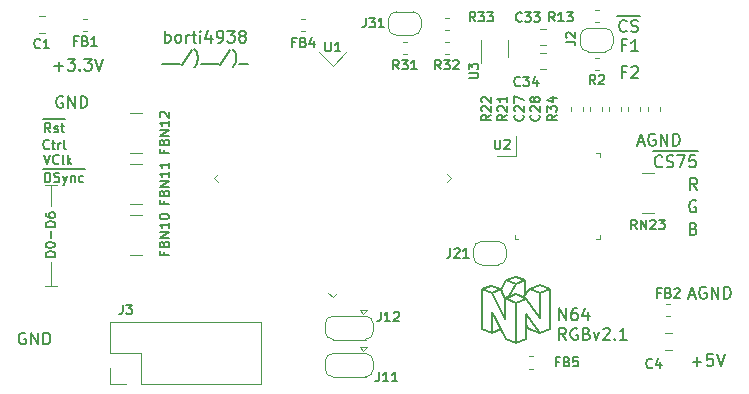
<source format=gbr>
G04 #@! TF.GenerationSoftware,KiCad,Pcbnew,(5.1.5)-3*
G04 #@! TF.CreationDate,2020-04-05T10:24:04+02:00*
G04 #@! TF.ProjectId,n64rgbv2.1,6e363472-6762-4763-922e-312e6b696361,rev?*
G04 #@! TF.SameCoordinates,Original*
G04 #@! TF.FileFunction,Legend,Top*
G04 #@! TF.FilePolarity,Positive*
%FSLAX46Y46*%
G04 Gerber Fmt 4.6, Leading zero omitted, Abs format (unit mm)*
G04 Created by KiCad (PCBNEW (5.1.5)-3) date 2020-04-05 10:24:04*
%MOMM*%
%LPD*%
G04 APERTURE LIST*
%ADD10C,0.150000*%
%ADD11C,0.200000*%
%ADD12C,0.120000*%
G04 APERTURE END LIST*
D10*
X159898395Y-114943380D02*
X159898395Y-113943380D01*
X160469823Y-114943380D01*
X160469823Y-113943380D01*
X161374585Y-113943380D02*
X161184109Y-113943380D01*
X161088871Y-113991000D01*
X161041252Y-114038619D01*
X160946014Y-114181476D01*
X160898395Y-114371952D01*
X160898395Y-114752904D01*
X160946014Y-114848142D01*
X160993633Y-114895761D01*
X161088871Y-114943380D01*
X161279347Y-114943380D01*
X161374585Y-114895761D01*
X161422204Y-114848142D01*
X161469823Y-114752904D01*
X161469823Y-114514809D01*
X161422204Y-114419571D01*
X161374585Y-114371952D01*
X161279347Y-114324333D01*
X161088871Y-114324333D01*
X160993633Y-114371952D01*
X160946014Y-114419571D01*
X160898395Y-114514809D01*
X162326966Y-114276714D02*
X162326966Y-114943380D01*
X162088871Y-113895761D02*
X161850776Y-114610047D01*
X162469823Y-114610047D01*
X160469823Y-116593380D02*
X160136490Y-116117190D01*
X159898395Y-116593380D02*
X159898395Y-115593380D01*
X160279347Y-115593380D01*
X160374585Y-115641000D01*
X160422204Y-115688619D01*
X160469823Y-115783857D01*
X160469823Y-115926714D01*
X160422204Y-116021952D01*
X160374585Y-116069571D01*
X160279347Y-116117190D01*
X159898395Y-116117190D01*
X161422204Y-115641000D02*
X161326966Y-115593380D01*
X161184109Y-115593380D01*
X161041252Y-115641000D01*
X160946014Y-115736238D01*
X160898395Y-115831476D01*
X160850776Y-116021952D01*
X160850776Y-116164809D01*
X160898395Y-116355285D01*
X160946014Y-116450523D01*
X161041252Y-116545761D01*
X161184109Y-116593380D01*
X161279347Y-116593380D01*
X161422204Y-116545761D01*
X161469823Y-116498142D01*
X161469823Y-116164809D01*
X161279347Y-116164809D01*
X162231728Y-116069571D02*
X162374585Y-116117190D01*
X162422204Y-116164809D01*
X162469823Y-116260047D01*
X162469823Y-116402904D01*
X162422204Y-116498142D01*
X162374585Y-116545761D01*
X162279347Y-116593380D01*
X161898395Y-116593380D01*
X161898395Y-115593380D01*
X162231728Y-115593380D01*
X162326966Y-115641000D01*
X162374585Y-115688619D01*
X162422204Y-115783857D01*
X162422204Y-115879095D01*
X162374585Y-115974333D01*
X162326966Y-116021952D01*
X162231728Y-116069571D01*
X161898395Y-116069571D01*
X162803157Y-115926714D02*
X163041252Y-116593380D01*
X163279347Y-115926714D01*
X163612680Y-115688619D02*
X163660300Y-115641000D01*
X163755538Y-115593380D01*
X163993633Y-115593380D01*
X164088871Y-115641000D01*
X164136490Y-115688619D01*
X164184109Y-115783857D01*
X164184109Y-115879095D01*
X164136490Y-116021952D01*
X163565061Y-116593380D01*
X164184109Y-116593380D01*
X164612680Y-116498142D02*
X164660300Y-116545761D01*
X164612680Y-116593380D01*
X164565061Y-116545761D01*
X164612680Y-116498142D01*
X164612680Y-116593380D01*
X165612680Y-116593380D02*
X165041252Y-116593380D01*
X165326966Y-116593380D02*
X165326966Y-115593380D01*
X165231728Y-115736238D01*
X165136490Y-115831476D01*
X165041252Y-115879095D01*
D11*
X156241100Y-113459070D02*
X155346400Y-113094490D01*
X156241100Y-116845460D02*
X155403920Y-116501167D01*
X153371250Y-112284210D02*
X154215280Y-112628500D01*
X153371250Y-115667130D02*
X153371250Y-112284210D01*
X157081800Y-115309220D02*
X157358780Y-115677270D01*
X158253470Y-112635170D02*
X159107640Y-112284210D01*
X154215280Y-112628500D02*
X155346400Y-114826420D01*
X154178220Y-115997967D02*
X153371250Y-115667130D01*
X154178220Y-114272710D02*
X154178220Y-115997967D01*
X156241100Y-113459070D02*
X156241100Y-116845460D01*
X155346400Y-113094490D02*
X156241100Y-113459070D01*
X156241100Y-113459070D02*
X156241100Y-113459070D01*
X156241100Y-116845460D02*
X156241100Y-113459070D01*
X157081800Y-116497695D02*
X156241100Y-116845460D01*
X158253470Y-114718400D02*
X158253470Y-112635170D01*
X158297360Y-116001439D02*
X158297360Y-116001439D01*
X155346400Y-113094490D02*
X155346400Y-113094490D01*
X156241100Y-113459070D02*
X157112250Y-113101150D01*
X157112250Y-113101150D02*
X156241100Y-113459070D01*
X159107640Y-115667130D02*
X158297360Y-116001439D01*
X157112250Y-113101150D02*
X158253470Y-114718400D01*
X159107640Y-112284210D02*
X159107640Y-115667130D01*
X154951390Y-115680580D02*
X154951390Y-115680580D01*
X158297360Y-116001439D02*
X157081800Y-114431390D01*
X154178220Y-115997967D02*
X154951390Y-115680580D01*
X154951390Y-115680580D02*
X154178220Y-114272710D01*
X154178220Y-114272710D02*
X154178220Y-115997967D01*
X157081800Y-114431390D02*
X157081800Y-115309220D01*
X155346400Y-114826420D02*
X155346400Y-113094490D01*
X155403920Y-116501167D02*
X154178220Y-114272710D01*
X157081800Y-114431390D02*
X157081800Y-116497695D01*
X157358780Y-115677270D02*
X158297360Y-116001439D01*
X158297360Y-116001439D02*
X157081800Y-114431390D01*
X156831920Y-112986310D02*
X156990720Y-112820880D01*
X157463320Y-112334770D02*
X157463320Y-112334770D01*
X159107640Y-112284210D02*
X158253470Y-112635170D01*
X158297360Y-111990320D02*
X159107640Y-112284210D01*
X157463320Y-112334770D02*
X158297360Y-111990320D01*
X156230960Y-112739880D02*
X156831920Y-112986310D01*
X155552350Y-113013380D02*
X156230960Y-112739880D01*
X158253470Y-112635170D02*
X157463320Y-112334770D01*
X156990720Y-112820880D02*
X156990720Y-111548100D01*
X154147780Y-112030900D02*
X154951390Y-112331400D01*
X156831920Y-112986310D02*
X156831920Y-112986310D01*
X158253470Y-114718400D02*
X158253470Y-112635170D01*
X156990720Y-111548100D02*
X156230960Y-111848500D01*
X156230960Y-111848500D02*
X156230960Y-111848500D01*
X156200570Y-111277970D02*
X156990720Y-111548100D01*
X155420680Y-111551400D02*
X156200570Y-111277970D01*
X156990720Y-111548100D02*
X156230960Y-111848500D01*
X156230960Y-112739880D02*
X157112250Y-113101150D01*
X155346400Y-113094490D02*
X156230960Y-112739880D01*
X154215280Y-112628500D02*
X154215280Y-112628500D01*
X154951390Y-112331400D02*
X154215280Y-112628500D01*
X154215280Y-112628500D02*
X153371250Y-112284210D01*
X153371250Y-112284210D02*
X154147780Y-112030900D01*
X156230960Y-111848500D02*
X155420680Y-111551400D01*
X158253470Y-112635170D02*
X157463320Y-112334770D01*
X156230960Y-111848500D02*
X155552350Y-113013380D01*
X156831920Y-112986310D02*
X156831920Y-112986310D01*
X157463320Y-112334770D02*
X156831920Y-112986310D01*
X155346400Y-113131600D02*
X155346400Y-113131600D01*
X156230960Y-111848500D02*
X155552350Y-113013380D01*
X155420680Y-111551400D02*
X156230960Y-111848500D01*
X157112250Y-113101150D02*
X158253470Y-114718400D01*
X155552350Y-113013380D02*
X155346400Y-113094490D01*
X156831920Y-112986310D02*
X157112250Y-113101150D01*
X155346400Y-113094490D02*
X155346400Y-113131600D01*
X154971680Y-112371820D02*
X155420680Y-111551400D01*
X155346400Y-113131600D02*
X154971680Y-112371820D01*
X154951390Y-112331400D02*
X155346400Y-113131600D01*
X158253470Y-112635170D02*
X158253470Y-114718400D01*
X155346400Y-114826420D02*
X154215280Y-112628500D01*
X158253470Y-114718400D02*
X158253470Y-112635170D01*
X154215280Y-112628500D02*
X154951390Y-112331400D01*
X155346400Y-113094490D02*
X155346400Y-113094490D01*
X155346400Y-114826420D02*
X155346400Y-114826420D01*
X158253470Y-112635170D02*
X158253470Y-112635170D01*
X157112250Y-113101150D02*
X158253470Y-114718400D01*
X158253470Y-114718400D02*
X157112250Y-113101150D01*
X155346400Y-113131600D02*
X155346400Y-114826420D01*
D10*
X164784209Y-89153400D02*
X165784209Y-89153400D01*
X165593733Y-90425542D02*
X165546114Y-90473161D01*
X165403257Y-90520780D01*
X165308019Y-90520780D01*
X165165161Y-90473161D01*
X165069923Y-90377923D01*
X165022304Y-90282685D01*
X164974685Y-90092209D01*
X164974685Y-89949352D01*
X165022304Y-89758876D01*
X165069923Y-89663638D01*
X165165161Y-89568400D01*
X165308019Y-89520780D01*
X165403257Y-89520780D01*
X165546114Y-89568400D01*
X165593733Y-89616019D01*
X165784209Y-89153400D02*
X166736590Y-89153400D01*
X165974685Y-90473161D02*
X166117542Y-90520780D01*
X166355638Y-90520780D01*
X166450876Y-90473161D01*
X166498495Y-90425542D01*
X166546114Y-90330304D01*
X166546114Y-90235066D01*
X166498495Y-90139828D01*
X166450876Y-90092209D01*
X166355638Y-90044590D01*
X166165161Y-89996971D01*
X166069923Y-89949352D01*
X166022304Y-89901733D01*
X165974685Y-89806495D01*
X165974685Y-89711257D01*
X166022304Y-89616019D01*
X166069923Y-89568400D01*
X166165161Y-89520780D01*
X166403257Y-89520780D01*
X166546114Y-89568400D01*
X165528666Y-93908571D02*
X165195333Y-93908571D01*
X165195333Y-94432380D02*
X165195333Y-93432380D01*
X165671523Y-93432380D01*
X166004857Y-93527619D02*
X166052476Y-93480000D01*
X166147714Y-93432380D01*
X166385809Y-93432380D01*
X166481047Y-93480000D01*
X166528666Y-93527619D01*
X166576285Y-93622857D01*
X166576285Y-93718095D01*
X166528666Y-93860952D01*
X165957238Y-94432380D01*
X166576285Y-94432380D01*
X165528666Y-91622571D02*
X165195333Y-91622571D01*
X165195333Y-92146380D02*
X165195333Y-91146380D01*
X165671523Y-91146380D01*
X166576285Y-92146380D02*
X166004857Y-92146380D01*
X166290571Y-92146380D02*
X166290571Y-91146380D01*
X166195333Y-91289238D01*
X166100095Y-91384476D01*
X166004857Y-91432095D01*
X166576595Y-99861666D02*
X167052785Y-99861666D01*
X166481357Y-100147380D02*
X166814690Y-99147380D01*
X167148023Y-100147380D01*
X168005166Y-99195000D02*
X167909928Y-99147380D01*
X167767071Y-99147380D01*
X167624214Y-99195000D01*
X167528976Y-99290238D01*
X167481357Y-99385476D01*
X167433738Y-99575952D01*
X167433738Y-99718809D01*
X167481357Y-99909285D01*
X167528976Y-100004523D01*
X167624214Y-100099761D01*
X167767071Y-100147380D01*
X167862309Y-100147380D01*
X168005166Y-100099761D01*
X168052785Y-100052142D01*
X168052785Y-99718809D01*
X167862309Y-99718809D01*
X168481357Y-100147380D02*
X168481357Y-99147380D01*
X169052785Y-100147380D01*
X169052785Y-99147380D01*
X169528976Y-100147380D02*
X169528976Y-99147380D01*
X169767071Y-99147380D01*
X169909928Y-99195000D01*
X170005166Y-99290238D01*
X170052785Y-99385476D01*
X170100404Y-99575952D01*
X170100404Y-99718809D01*
X170052785Y-99909285D01*
X170005166Y-100004523D01*
X169909928Y-100099761D01*
X169767071Y-100147380D01*
X169528976Y-100147380D01*
X167806928Y-100621500D02*
X168806928Y-100621500D01*
X168616452Y-101893642D02*
X168568833Y-101941261D01*
X168425976Y-101988880D01*
X168330738Y-101988880D01*
X168187880Y-101941261D01*
X168092642Y-101846023D01*
X168045023Y-101750785D01*
X167997404Y-101560309D01*
X167997404Y-101417452D01*
X168045023Y-101226976D01*
X168092642Y-101131738D01*
X168187880Y-101036500D01*
X168330738Y-100988880D01*
X168425976Y-100988880D01*
X168568833Y-101036500D01*
X168616452Y-101084119D01*
X168806928Y-100621500D02*
X169759309Y-100621500D01*
X168997404Y-101941261D02*
X169140261Y-101988880D01*
X169378357Y-101988880D01*
X169473595Y-101941261D01*
X169521214Y-101893642D01*
X169568833Y-101798404D01*
X169568833Y-101703166D01*
X169521214Y-101607928D01*
X169473595Y-101560309D01*
X169378357Y-101512690D01*
X169187880Y-101465071D01*
X169092642Y-101417452D01*
X169045023Y-101369833D01*
X168997404Y-101274595D01*
X168997404Y-101179357D01*
X169045023Y-101084119D01*
X169092642Y-101036500D01*
X169187880Y-100988880D01*
X169425976Y-100988880D01*
X169568833Y-101036500D01*
X169759309Y-100621500D02*
X170711690Y-100621500D01*
X169902166Y-100988880D02*
X170568833Y-100988880D01*
X170140261Y-101988880D01*
X170711690Y-100621500D02*
X171664071Y-100621500D01*
X171425976Y-100988880D02*
X170949785Y-100988880D01*
X170902166Y-101465071D01*
X170949785Y-101417452D01*
X171045023Y-101369833D01*
X171283119Y-101369833D01*
X171378357Y-101417452D01*
X171425976Y-101465071D01*
X171473595Y-101560309D01*
X171473595Y-101798404D01*
X171425976Y-101893642D01*
X171378357Y-101941261D01*
X171283119Y-101988880D01*
X171045023Y-101988880D01*
X170949785Y-101941261D01*
X170902166Y-101893642D01*
X171569023Y-103893880D02*
X171235690Y-103417690D01*
X170997595Y-103893880D02*
X170997595Y-102893880D01*
X171378547Y-102893880D01*
X171473785Y-102941500D01*
X171521404Y-102989119D01*
X171569023Y-103084357D01*
X171569023Y-103227214D01*
X171521404Y-103322452D01*
X171473785Y-103370071D01*
X171378547Y-103417690D01*
X170997595Y-103417690D01*
X171457904Y-104846500D02*
X171362666Y-104798880D01*
X171219809Y-104798880D01*
X171076952Y-104846500D01*
X170981714Y-104941738D01*
X170934095Y-105036976D01*
X170886476Y-105227452D01*
X170886476Y-105370309D01*
X170934095Y-105560785D01*
X170981714Y-105656023D01*
X171076952Y-105751261D01*
X171219809Y-105798880D01*
X171315047Y-105798880D01*
X171457904Y-105751261D01*
X171505523Y-105703642D01*
X171505523Y-105370309D01*
X171315047Y-105370309D01*
X171267428Y-107180071D02*
X171410285Y-107227690D01*
X171457904Y-107275309D01*
X171505523Y-107370547D01*
X171505523Y-107513404D01*
X171457904Y-107608642D01*
X171410285Y-107656261D01*
X171315047Y-107703880D01*
X170934095Y-107703880D01*
X170934095Y-106703880D01*
X171267428Y-106703880D01*
X171362666Y-106751500D01*
X171410285Y-106799119D01*
X171457904Y-106894357D01*
X171457904Y-106989595D01*
X171410285Y-107084833D01*
X171362666Y-107132452D01*
X171267428Y-107180071D01*
X170934095Y-107180071D01*
X171180285Y-118435428D02*
X171942190Y-118435428D01*
X171561238Y-118816380D02*
X171561238Y-118054476D01*
X172894571Y-117816380D02*
X172418380Y-117816380D01*
X172370761Y-118292571D01*
X172418380Y-118244952D01*
X172513619Y-118197333D01*
X172751714Y-118197333D01*
X172846952Y-118244952D01*
X172894571Y-118292571D01*
X172942190Y-118387809D01*
X172942190Y-118625904D01*
X172894571Y-118721142D01*
X172846952Y-118768761D01*
X172751714Y-118816380D01*
X172513619Y-118816380D01*
X172418380Y-118768761D01*
X172370761Y-118721142D01*
X173227904Y-117816380D02*
X173561238Y-118816380D01*
X173894571Y-117816380D01*
X170894595Y-112815666D02*
X171370785Y-112815666D01*
X170799357Y-113101380D02*
X171132690Y-112101380D01*
X171466023Y-113101380D01*
X172323166Y-112149000D02*
X172227928Y-112101380D01*
X172085071Y-112101380D01*
X171942214Y-112149000D01*
X171846976Y-112244238D01*
X171799357Y-112339476D01*
X171751738Y-112529952D01*
X171751738Y-112672809D01*
X171799357Y-112863285D01*
X171846976Y-112958523D01*
X171942214Y-113053761D01*
X172085071Y-113101380D01*
X172180309Y-113101380D01*
X172323166Y-113053761D01*
X172370785Y-113006142D01*
X172370785Y-112672809D01*
X172180309Y-112672809D01*
X172799357Y-113101380D02*
X172799357Y-112101380D01*
X173370785Y-113101380D01*
X173370785Y-112101380D01*
X173846976Y-113101380D02*
X173846976Y-112101380D01*
X174085071Y-112101380D01*
X174227928Y-112149000D01*
X174323166Y-112244238D01*
X174370785Y-112339476D01*
X174418404Y-112529952D01*
X174418404Y-112672809D01*
X174370785Y-112863285D01*
X174323166Y-112958523D01*
X174227928Y-113053761D01*
X174085071Y-113101380D01*
X173846976Y-113101380D01*
D11*
X126516238Y-91423380D02*
X126516238Y-90423380D01*
X126516238Y-90804333D02*
X126611476Y-90756714D01*
X126801952Y-90756714D01*
X126897190Y-90804333D01*
X126944809Y-90851952D01*
X126992428Y-90947190D01*
X126992428Y-91232904D01*
X126944809Y-91328142D01*
X126897190Y-91375761D01*
X126801952Y-91423380D01*
X126611476Y-91423380D01*
X126516238Y-91375761D01*
X127563857Y-91423380D02*
X127468619Y-91375761D01*
X127421000Y-91328142D01*
X127373380Y-91232904D01*
X127373380Y-90947190D01*
X127421000Y-90851952D01*
X127468619Y-90804333D01*
X127563857Y-90756714D01*
X127706714Y-90756714D01*
X127801952Y-90804333D01*
X127849571Y-90851952D01*
X127897190Y-90947190D01*
X127897190Y-91232904D01*
X127849571Y-91328142D01*
X127801952Y-91375761D01*
X127706714Y-91423380D01*
X127563857Y-91423380D01*
X128325761Y-91423380D02*
X128325761Y-90756714D01*
X128325761Y-90947190D02*
X128373380Y-90851952D01*
X128421000Y-90804333D01*
X128516238Y-90756714D01*
X128611476Y-90756714D01*
X128801952Y-90756714D02*
X129182904Y-90756714D01*
X128944809Y-90423380D02*
X128944809Y-91280523D01*
X128992428Y-91375761D01*
X129087666Y-91423380D01*
X129182904Y-91423380D01*
X129516238Y-91423380D02*
X129516238Y-90756714D01*
X129516238Y-90423380D02*
X129468619Y-90471000D01*
X129516238Y-90518619D01*
X129563857Y-90471000D01*
X129516238Y-90423380D01*
X129516238Y-90518619D01*
X130421000Y-90756714D02*
X130421000Y-91423380D01*
X130182904Y-90375761D02*
X129944809Y-91090047D01*
X130563857Y-91090047D01*
X130992428Y-91423380D02*
X131182904Y-91423380D01*
X131278142Y-91375761D01*
X131325761Y-91328142D01*
X131421000Y-91185285D01*
X131468619Y-90994809D01*
X131468619Y-90613857D01*
X131421000Y-90518619D01*
X131373380Y-90471000D01*
X131278142Y-90423380D01*
X131087666Y-90423380D01*
X130992428Y-90471000D01*
X130944809Y-90518619D01*
X130897190Y-90613857D01*
X130897190Y-90851952D01*
X130944809Y-90947190D01*
X130992428Y-90994809D01*
X131087666Y-91042428D01*
X131278142Y-91042428D01*
X131373380Y-90994809D01*
X131421000Y-90947190D01*
X131468619Y-90851952D01*
X131801952Y-90423380D02*
X132421000Y-90423380D01*
X132087666Y-90804333D01*
X132230523Y-90804333D01*
X132325761Y-90851952D01*
X132373380Y-90899571D01*
X132421000Y-90994809D01*
X132421000Y-91232904D01*
X132373380Y-91328142D01*
X132325761Y-91375761D01*
X132230523Y-91423380D01*
X131944809Y-91423380D01*
X131849571Y-91375761D01*
X131801952Y-91328142D01*
X132992428Y-90851952D02*
X132897190Y-90804333D01*
X132849571Y-90756714D01*
X132801952Y-90661476D01*
X132801952Y-90613857D01*
X132849571Y-90518619D01*
X132897190Y-90471000D01*
X132992428Y-90423380D01*
X133182904Y-90423380D01*
X133278142Y-90471000D01*
X133325761Y-90518619D01*
X133373380Y-90613857D01*
X133373380Y-90661476D01*
X133325761Y-90756714D01*
X133278142Y-90804333D01*
X133182904Y-90851952D01*
X132992428Y-90851952D01*
X132897190Y-90899571D01*
X132849571Y-90947190D01*
X132801952Y-91042428D01*
X132801952Y-91232904D01*
X132849571Y-91328142D01*
X132897190Y-91375761D01*
X132992428Y-91423380D01*
X133182904Y-91423380D01*
X133278142Y-91375761D01*
X133325761Y-91328142D01*
X133373380Y-91232904D01*
X133373380Y-91042428D01*
X133325761Y-90947190D01*
X133278142Y-90899571D01*
X133182904Y-90851952D01*
X126301952Y-93218619D02*
X127063857Y-93218619D01*
X127063857Y-93218619D02*
X127825761Y-93218619D01*
X128778142Y-92075761D02*
X127921000Y-93361476D01*
X129016238Y-93504333D02*
X129063857Y-93456714D01*
X129159095Y-93313857D01*
X129206714Y-93218619D01*
X129254333Y-93075761D01*
X129301952Y-92837666D01*
X129301952Y-92647190D01*
X129254333Y-92409095D01*
X129206714Y-92266238D01*
X129159095Y-92171000D01*
X129063857Y-92028142D01*
X129016238Y-91980523D01*
X129540047Y-93218619D02*
X130301952Y-93218619D01*
X130301952Y-93218619D02*
X131063857Y-93218619D01*
X132016238Y-92075761D02*
X131159095Y-93361476D01*
X132254333Y-93504333D02*
X132301952Y-93456714D01*
X132397190Y-93313857D01*
X132444809Y-93218619D01*
X132492428Y-93075761D01*
X132540047Y-92837666D01*
X132540047Y-92647190D01*
X132492428Y-92409095D01*
X132444809Y-92266238D01*
X132397190Y-92171000D01*
X132301952Y-92028142D01*
X132254333Y-91980523D01*
X132778142Y-93218619D02*
X133540047Y-93218619D01*
D10*
X114706495Y-116035200D02*
X114611257Y-115987580D01*
X114468400Y-115987580D01*
X114325542Y-116035200D01*
X114230304Y-116130438D01*
X114182685Y-116225676D01*
X114135066Y-116416152D01*
X114135066Y-116559009D01*
X114182685Y-116749485D01*
X114230304Y-116844723D01*
X114325542Y-116939961D01*
X114468400Y-116987580D01*
X114563638Y-116987580D01*
X114706495Y-116939961D01*
X114754114Y-116892342D01*
X114754114Y-116559009D01*
X114563638Y-116559009D01*
X115182685Y-116987580D02*
X115182685Y-115987580D01*
X115754114Y-116987580D01*
X115754114Y-115987580D01*
X116230304Y-116987580D02*
X116230304Y-115987580D01*
X116468400Y-115987580D01*
X116611257Y-116035200D01*
X116706495Y-116130438D01*
X116754114Y-116225676D01*
X116801733Y-116416152D01*
X116801733Y-116559009D01*
X116754114Y-116749485D01*
X116706495Y-116844723D01*
X116611257Y-116939961D01*
X116468400Y-116987580D01*
X116230304Y-116987580D01*
D12*
X116332000Y-112014000D02*
X117348000Y-112014000D01*
X116840000Y-112014000D02*
X116332000Y-112014000D01*
X116840000Y-109982000D02*
X116840000Y-112014000D01*
X116840000Y-103505000D02*
X116840000Y-105283000D01*
X117348000Y-103505000D02*
X116840000Y-103505000D01*
X116332000Y-103505000D02*
X117348000Y-103505000D01*
D10*
X117201904Y-109562666D02*
X116401904Y-109562666D01*
X116401904Y-109372190D01*
X116440000Y-109257904D01*
X116516190Y-109181714D01*
X116592380Y-109143619D01*
X116744761Y-109105523D01*
X116859047Y-109105523D01*
X117011428Y-109143619D01*
X117087619Y-109181714D01*
X117163809Y-109257904D01*
X117201904Y-109372190D01*
X117201904Y-109562666D01*
X116401904Y-108610285D02*
X116401904Y-108534095D01*
X116440000Y-108457904D01*
X116478095Y-108419809D01*
X116554285Y-108381714D01*
X116706666Y-108343619D01*
X116897142Y-108343619D01*
X117049523Y-108381714D01*
X117125714Y-108419809D01*
X117163809Y-108457904D01*
X117201904Y-108534095D01*
X117201904Y-108610285D01*
X117163809Y-108686476D01*
X117125714Y-108724571D01*
X117049523Y-108762666D01*
X116897142Y-108800761D01*
X116706666Y-108800761D01*
X116554285Y-108762666D01*
X116478095Y-108724571D01*
X116440000Y-108686476D01*
X116401904Y-108610285D01*
X116897142Y-108000761D02*
X116897142Y-107391238D01*
X117201904Y-107010285D02*
X116401904Y-107010285D01*
X116401904Y-106819809D01*
X116440000Y-106705523D01*
X116516190Y-106629333D01*
X116592380Y-106591238D01*
X116744761Y-106553142D01*
X116859047Y-106553142D01*
X117011428Y-106591238D01*
X117087619Y-106629333D01*
X117163809Y-106705523D01*
X117201904Y-106819809D01*
X117201904Y-107010285D01*
X116401904Y-105867428D02*
X116401904Y-106019809D01*
X116440000Y-106096000D01*
X116478095Y-106134095D01*
X116592380Y-106210285D01*
X116744761Y-106248380D01*
X117049523Y-106248380D01*
X117125714Y-106210285D01*
X117163809Y-106172190D01*
X117201904Y-106096000D01*
X117201904Y-105943619D01*
X117163809Y-105867428D01*
X117125714Y-105829333D01*
X117049523Y-105791238D01*
X116859047Y-105791238D01*
X116782857Y-105829333D01*
X116744761Y-105867428D01*
X116706666Y-105943619D01*
X116706666Y-106096000D01*
X116744761Y-106172190D01*
X116782857Y-106210285D01*
X116859047Y-106248380D01*
X116175500Y-102099000D02*
X116975500Y-102099000D01*
X116365976Y-103231904D02*
X116365976Y-102431904D01*
X116556452Y-102431904D01*
X116670738Y-102470000D01*
X116746928Y-102546190D01*
X116785023Y-102622380D01*
X116823119Y-102774761D01*
X116823119Y-102889047D01*
X116785023Y-103041428D01*
X116746928Y-103117619D01*
X116670738Y-103193809D01*
X116556452Y-103231904D01*
X116365976Y-103231904D01*
X116975500Y-102099000D02*
X117737404Y-102099000D01*
X117127880Y-103193809D02*
X117242166Y-103231904D01*
X117432642Y-103231904D01*
X117508833Y-103193809D01*
X117546928Y-103155714D01*
X117585023Y-103079523D01*
X117585023Y-103003333D01*
X117546928Y-102927142D01*
X117508833Y-102889047D01*
X117432642Y-102850952D01*
X117280261Y-102812857D01*
X117204071Y-102774761D01*
X117165976Y-102736666D01*
X117127880Y-102660476D01*
X117127880Y-102584285D01*
X117165976Y-102508095D01*
X117204071Y-102470000D01*
X117280261Y-102431904D01*
X117470738Y-102431904D01*
X117585023Y-102470000D01*
X117737404Y-102099000D02*
X118346928Y-102099000D01*
X117851690Y-102698571D02*
X118042166Y-103231904D01*
X118232642Y-102698571D02*
X118042166Y-103231904D01*
X117965976Y-103422380D01*
X117927880Y-103460476D01*
X117851690Y-103498571D01*
X118346928Y-102099000D02*
X119070738Y-102099000D01*
X118537404Y-102698571D02*
X118537404Y-103231904D01*
X118537404Y-102774761D02*
X118575500Y-102736666D01*
X118651690Y-102698571D01*
X118765976Y-102698571D01*
X118842166Y-102736666D01*
X118880261Y-102812857D01*
X118880261Y-103231904D01*
X119070738Y-102099000D02*
X119756452Y-102099000D01*
X119604071Y-103193809D02*
X119527880Y-103231904D01*
X119375500Y-103231904D01*
X119299309Y-103193809D01*
X119261214Y-103155714D01*
X119223119Y-103079523D01*
X119223119Y-102850952D01*
X119261214Y-102774761D01*
X119299309Y-102736666D01*
X119375500Y-102698571D01*
X119527880Y-102698571D01*
X119604071Y-102736666D01*
X116251690Y-100907904D02*
X116518357Y-101707904D01*
X116785023Y-100907904D01*
X117508833Y-101631714D02*
X117470738Y-101669809D01*
X117356452Y-101707904D01*
X117280261Y-101707904D01*
X117165976Y-101669809D01*
X117089785Y-101593619D01*
X117051690Y-101517428D01*
X117013595Y-101365047D01*
X117013595Y-101250761D01*
X117051690Y-101098380D01*
X117089785Y-101022190D01*
X117165976Y-100946000D01*
X117280261Y-100907904D01*
X117356452Y-100907904D01*
X117470738Y-100946000D01*
X117508833Y-100984095D01*
X117965976Y-101707904D02*
X117889785Y-101669809D01*
X117851690Y-101593619D01*
X117851690Y-100907904D01*
X118270738Y-101707904D02*
X118270738Y-100907904D01*
X118346928Y-101403142D02*
X118575500Y-101707904D01*
X118575500Y-101174571D02*
X118270738Y-101479333D01*
X116696119Y-100361714D02*
X116658023Y-100399809D01*
X116543738Y-100437904D01*
X116467547Y-100437904D01*
X116353261Y-100399809D01*
X116277071Y-100323619D01*
X116238976Y-100247428D01*
X116200880Y-100095047D01*
X116200880Y-99980761D01*
X116238976Y-99828380D01*
X116277071Y-99752190D01*
X116353261Y-99676000D01*
X116467547Y-99637904D01*
X116543738Y-99637904D01*
X116658023Y-99676000D01*
X116696119Y-99714095D01*
X116924690Y-99904571D02*
X117229452Y-99904571D01*
X117038976Y-99637904D02*
X117038976Y-100323619D01*
X117077071Y-100399809D01*
X117153261Y-100437904D01*
X117229452Y-100437904D01*
X117496119Y-100437904D02*
X117496119Y-99904571D01*
X117496119Y-100056952D02*
X117534214Y-99980761D01*
X117572309Y-99942666D01*
X117648500Y-99904571D01*
X117724690Y-99904571D01*
X118105642Y-100437904D02*
X118029452Y-100399809D01*
X117991357Y-100323619D01*
X117991357Y-99637904D01*
X116175500Y-97908000D02*
X116975500Y-97908000D01*
X116823119Y-99040904D02*
X116556452Y-98659952D01*
X116365976Y-99040904D02*
X116365976Y-98240904D01*
X116670738Y-98240904D01*
X116746928Y-98279000D01*
X116785023Y-98317095D01*
X116823119Y-98393285D01*
X116823119Y-98507571D01*
X116785023Y-98583761D01*
X116746928Y-98621857D01*
X116670738Y-98659952D01*
X116365976Y-98659952D01*
X116975500Y-97908000D02*
X117623119Y-97908000D01*
X117127880Y-99002809D02*
X117204071Y-99040904D01*
X117356452Y-99040904D01*
X117432642Y-99002809D01*
X117470738Y-98926619D01*
X117470738Y-98888523D01*
X117432642Y-98812333D01*
X117356452Y-98774238D01*
X117242166Y-98774238D01*
X117165976Y-98736142D01*
X117127880Y-98659952D01*
X117127880Y-98621857D01*
X117165976Y-98545666D01*
X117242166Y-98507571D01*
X117356452Y-98507571D01*
X117432642Y-98545666D01*
X117623119Y-97908000D02*
X118080261Y-97908000D01*
X117699309Y-98507571D02*
X118004071Y-98507571D01*
X117813595Y-98240904D02*
X117813595Y-98926619D01*
X117851690Y-99002809D01*
X117927880Y-99040904D01*
X118004071Y-99040904D01*
X117856095Y-96020000D02*
X117760857Y-95972380D01*
X117618000Y-95972380D01*
X117475142Y-96020000D01*
X117379904Y-96115238D01*
X117332285Y-96210476D01*
X117284666Y-96400952D01*
X117284666Y-96543809D01*
X117332285Y-96734285D01*
X117379904Y-96829523D01*
X117475142Y-96924761D01*
X117618000Y-96972380D01*
X117713238Y-96972380D01*
X117856095Y-96924761D01*
X117903714Y-96877142D01*
X117903714Y-96543809D01*
X117713238Y-96543809D01*
X118332285Y-96972380D02*
X118332285Y-95972380D01*
X118903714Y-96972380D01*
X118903714Y-95972380D01*
X119379904Y-96972380D02*
X119379904Y-95972380D01*
X119618000Y-95972380D01*
X119760857Y-96020000D01*
X119856095Y-96115238D01*
X119903714Y-96210476D01*
X119951333Y-96400952D01*
X119951333Y-96543809D01*
X119903714Y-96734285D01*
X119856095Y-96829523D01*
X119760857Y-96924761D01*
X119618000Y-96972380D01*
X119379904Y-96972380D01*
X117126000Y-93416428D02*
X117887904Y-93416428D01*
X117506952Y-93797380D02*
X117506952Y-93035476D01*
X118268857Y-92797380D02*
X118887904Y-92797380D01*
X118554571Y-93178333D01*
X118697428Y-93178333D01*
X118792666Y-93225952D01*
X118840285Y-93273571D01*
X118887904Y-93368809D01*
X118887904Y-93606904D01*
X118840285Y-93702142D01*
X118792666Y-93749761D01*
X118697428Y-93797380D01*
X118411714Y-93797380D01*
X118316476Y-93749761D01*
X118268857Y-93702142D01*
X119316476Y-93702142D02*
X119364095Y-93749761D01*
X119316476Y-93797380D01*
X119268857Y-93749761D01*
X119316476Y-93702142D01*
X119316476Y-93797380D01*
X119697428Y-92797380D02*
X120316476Y-92797380D01*
X119983142Y-93178333D01*
X120126000Y-93178333D01*
X120221238Y-93225952D01*
X120268857Y-93273571D01*
X120316476Y-93368809D01*
X120316476Y-93606904D01*
X120268857Y-93702142D01*
X120221238Y-93749761D01*
X120126000Y-93797380D01*
X119840285Y-93797380D01*
X119745047Y-93749761D01*
X119697428Y-93702142D01*
X120602190Y-92797380D02*
X120935523Y-93797380D01*
X121268857Y-92797380D01*
D12*
X160907000Y-96856733D02*
X160907000Y-97199267D01*
X161927000Y-96856733D02*
X161927000Y-97199267D01*
X168404000Y-97199267D02*
X168404000Y-96856733D01*
X167384000Y-97199267D02*
X167384000Y-96856733D01*
X150196733Y-90367580D02*
X150539267Y-90367580D01*
X150196733Y-89347580D02*
X150539267Y-89347580D01*
X150196733Y-92374180D02*
X150539267Y-92374180D01*
X150196733Y-91354180D02*
X150539267Y-91354180D01*
X146640733Y-92374180D02*
X146983267Y-92374180D01*
X146640733Y-91354180D02*
X146983267Y-91354180D01*
X163514500Y-97199267D02*
X163514500Y-96856733D01*
X162494500Y-97199267D02*
X162494500Y-96856733D01*
X163239267Y-88687180D02*
X162896733Y-88687180D01*
X163239267Y-89707180D02*
X162896733Y-89707180D01*
X163239267Y-92713080D02*
X162896733Y-92713080D01*
X163239267Y-93733080D02*
X162896733Y-93733080D01*
X157651267Y-119026400D02*
X157308733Y-119026400D01*
X157651267Y-118006400D02*
X157308733Y-118006400D01*
X138398067Y-90476800D02*
X138055533Y-90476800D01*
X138398067Y-89456800D02*
X138055533Y-89456800D01*
X168967333Y-113576640D02*
X169309867Y-113576640D01*
X168967333Y-114596640D02*
X169309867Y-114596640D01*
X119932267Y-90426000D02*
X119589733Y-90426000D01*
X119932267Y-89406000D02*
X119589733Y-89406000D01*
X156266668Y-101016731D02*
X154668668Y-101016731D01*
X156266668Y-101016731D02*
X156266668Y-99365731D01*
X163350600Y-100819560D02*
X163350600Y-101127560D01*
X163042600Y-100819560D02*
X163350600Y-100819560D01*
X156130600Y-108039560D02*
X156130600Y-107731560D01*
X156438600Y-108039560D02*
X156130600Y-108039560D01*
X163350600Y-108039560D02*
X163350600Y-107731560D01*
X163042600Y-108039560D02*
X163350600Y-108039560D01*
X158234748Y-93704480D02*
X158757252Y-93704480D01*
X158234748Y-92284480D02*
X158757252Y-92284480D01*
X158234748Y-91672480D02*
X158757252Y-91672480D01*
X158234748Y-90252480D02*
X158757252Y-90252480D01*
X165733000Y-96856733D02*
X165733000Y-97199267D01*
X166753000Y-96856733D02*
X166753000Y-97199267D01*
X164145500Y-96856733D02*
X164145500Y-97199267D01*
X165165500Y-96856733D02*
X165165500Y-97199267D01*
X169412312Y-116023320D02*
X168889808Y-116023320D01*
X169412312Y-117443320D02*
X168889808Y-117443320D01*
X116339252Y-89206000D02*
X115816748Y-89206000D01*
X116339252Y-90626000D02*
X115816748Y-90626000D01*
X140716000Y-93381409D02*
X139548567Y-92213975D01*
X140716000Y-112955538D02*
X141073796Y-112597742D01*
X140358204Y-112597742D02*
X140716000Y-112955538D01*
X130660942Y-102900480D02*
X131017323Y-102541270D01*
X131017323Y-103259690D02*
X130660942Y-102900480D01*
X150771058Y-102900480D02*
X150413262Y-103258276D01*
X150413262Y-102542684D02*
X150771058Y-102900480D01*
X141883433Y-92213975D02*
X140716000Y-93381409D01*
X146112000Y-88819480D02*
X147512000Y-88819480D01*
X148212000Y-89519480D02*
X148212000Y-90119480D01*
X147512000Y-90819480D02*
X146112000Y-90819480D01*
X145412000Y-90119480D02*
X145412000Y-89519480D01*
X145412000Y-89519480D02*
G75*
G02X146112000Y-88819480I700000J0D01*
G01*
X146112000Y-90819480D02*
G75*
G02X145412000Y-90119480I0J700000D01*
G01*
X148212000Y-90119480D02*
G75*
G02X147512000Y-90819480I-700000J0D01*
G01*
X147512000Y-88819480D02*
G75*
G02X148212000Y-89519480I0J-700000D01*
G01*
X155592000Y-92648000D02*
X155592000Y-91248000D01*
X153272000Y-91248000D02*
X153272000Y-93148000D01*
X167886000Y-102460000D02*
X166886000Y-102460000D01*
X167886000Y-105820000D02*
X166886000Y-105820000D01*
X153325600Y-108255560D02*
X154725600Y-108255560D01*
X155425600Y-108955560D02*
X155425600Y-109555560D01*
X154725600Y-110255560D02*
X153325600Y-110255560D01*
X152625600Y-109555560D02*
X152625600Y-108955560D01*
X152625600Y-108955560D02*
G75*
G02X153325600Y-108255560I700000J0D01*
G01*
X153325600Y-110255560D02*
G75*
G02X152625600Y-109555560I0J700000D01*
G01*
X155425600Y-109555560D02*
G75*
G02X154725600Y-110255560I-700000J0D01*
G01*
X154725600Y-108255560D02*
G75*
G02X155425600Y-108955560I0J-700000D01*
G01*
X144163000Y-115870000D02*
G75*
G02X143463000Y-116570000I-700000J0D01*
G01*
X143463000Y-114570000D02*
G75*
G02X144163000Y-115270000I0J-700000D01*
G01*
X140063000Y-115270000D02*
G75*
G02X140763000Y-114570000I700000J0D01*
G01*
X140763000Y-116570000D02*
G75*
G02X140063000Y-115870000I0J700000D01*
G01*
X143513000Y-116570000D02*
X140713000Y-116570000D01*
X140063000Y-115870000D02*
X140063000Y-115270000D01*
X140713000Y-114570000D02*
X143513000Y-114570000D01*
X144163000Y-115270000D02*
X144163000Y-115870000D01*
X143313000Y-114370000D02*
X143613000Y-114070000D01*
X143613000Y-114070000D02*
X143013000Y-114070000D01*
X143313000Y-114370000D02*
X143013000Y-114070000D01*
X144163000Y-119045000D02*
G75*
G02X143463000Y-119745000I-700000J0D01*
G01*
X143463000Y-117745000D02*
G75*
G02X144163000Y-118445000I0J-700000D01*
G01*
X140063000Y-118445000D02*
G75*
G02X140763000Y-117745000I700000J0D01*
G01*
X140763000Y-119745000D02*
G75*
G02X140063000Y-119045000I0J700000D01*
G01*
X143513000Y-119745000D02*
X140713000Y-119745000D01*
X140063000Y-119045000D02*
X140063000Y-118445000D01*
X140713000Y-117745000D02*
X143513000Y-117745000D01*
X144163000Y-118445000D02*
X144163000Y-119045000D01*
X143313000Y-117545000D02*
X143613000Y-117245000D01*
X143613000Y-117245000D02*
X143013000Y-117245000D01*
X143313000Y-117545000D02*
X143013000Y-117245000D01*
X121860000Y-120329000D02*
X121860000Y-118999000D01*
X123190000Y-120329000D02*
X121860000Y-120329000D01*
X121860000Y-117729000D02*
X121860000Y-115129000D01*
X124460000Y-117729000D02*
X121860000Y-117729000D01*
X124460000Y-120329000D02*
X124460000Y-117729000D01*
X121860000Y-115129000D02*
X134680000Y-115129000D01*
X124460000Y-120329000D02*
X134680000Y-120329000D01*
X134680000Y-120329000D02*
X134680000Y-115129000D01*
X162368000Y-90203780D02*
X163768000Y-90203780D01*
X164468000Y-90903780D02*
X164468000Y-91503780D01*
X163768000Y-92203780D02*
X162368000Y-92203780D01*
X161668000Y-91503780D02*
X161668000Y-90903780D01*
X161668000Y-90903780D02*
G75*
G02X162368000Y-90203780I700000J0D01*
G01*
X162368000Y-92203780D02*
G75*
G02X161668000Y-91503780I0J700000D01*
G01*
X164468000Y-91503780D02*
G75*
G02X163768000Y-92203780I-700000J0D01*
G01*
X163768000Y-90203780D02*
G75*
G02X164468000Y-90903780I0J-700000D01*
G01*
X124568000Y-97410480D02*
X123568000Y-97410480D01*
X124568000Y-100770480D02*
X123568000Y-100770480D01*
X124568000Y-101728480D02*
X123568000Y-101728480D01*
X124568000Y-105088480D02*
X123568000Y-105088480D01*
X124568000Y-106046480D02*
X123568000Y-106046480D01*
X124568000Y-109406480D02*
X123568000Y-109406480D01*
D10*
X154108104Y-97542285D02*
X153727152Y-97808952D01*
X154108104Y-97999428D02*
X153308104Y-97999428D01*
X153308104Y-97694666D01*
X153346200Y-97618476D01*
X153384295Y-97580380D01*
X153460485Y-97542285D01*
X153574771Y-97542285D01*
X153650961Y-97580380D01*
X153689057Y-97618476D01*
X153727152Y-97694666D01*
X153727152Y-97999428D01*
X153384295Y-97237523D02*
X153346200Y-97199428D01*
X153308104Y-97123238D01*
X153308104Y-96932761D01*
X153346200Y-96856571D01*
X153384295Y-96818476D01*
X153460485Y-96780380D01*
X153536676Y-96780380D01*
X153650961Y-96818476D01*
X154108104Y-97275619D01*
X154108104Y-96780380D01*
X153384295Y-96475619D02*
X153346200Y-96437523D01*
X153308104Y-96361333D01*
X153308104Y-96170857D01*
X153346200Y-96094666D01*
X153384295Y-96056571D01*
X153460485Y-96018476D01*
X153536676Y-96018476D01*
X153650961Y-96056571D01*
X154108104Y-96513714D01*
X154108104Y-96018476D01*
X159670704Y-97542285D02*
X159289752Y-97808952D01*
X159670704Y-97999428D02*
X158870704Y-97999428D01*
X158870704Y-97694666D01*
X158908800Y-97618476D01*
X158946895Y-97580380D01*
X159023085Y-97542285D01*
X159137371Y-97542285D01*
X159213561Y-97580380D01*
X159251657Y-97618476D01*
X159289752Y-97694666D01*
X159289752Y-97999428D01*
X158870704Y-97275619D02*
X158870704Y-96780380D01*
X159175466Y-97047047D01*
X159175466Y-96932761D01*
X159213561Y-96856571D01*
X159251657Y-96818476D01*
X159327847Y-96780380D01*
X159518323Y-96780380D01*
X159594514Y-96818476D01*
X159632609Y-96856571D01*
X159670704Y-96932761D01*
X159670704Y-97161333D01*
X159632609Y-97237523D01*
X159594514Y-97275619D01*
X159137371Y-96094666D02*
X159670704Y-96094666D01*
X158832609Y-96285142D02*
X159404038Y-96475619D01*
X159404038Y-95980380D01*
X152774714Y-89642904D02*
X152508047Y-89261952D01*
X152317571Y-89642904D02*
X152317571Y-88842904D01*
X152622333Y-88842904D01*
X152698523Y-88881000D01*
X152736619Y-88919095D01*
X152774714Y-88995285D01*
X152774714Y-89109571D01*
X152736619Y-89185761D01*
X152698523Y-89223857D01*
X152622333Y-89261952D01*
X152317571Y-89261952D01*
X153041380Y-88842904D02*
X153536619Y-88842904D01*
X153269952Y-89147666D01*
X153384238Y-89147666D01*
X153460428Y-89185761D01*
X153498523Y-89223857D01*
X153536619Y-89300047D01*
X153536619Y-89490523D01*
X153498523Y-89566714D01*
X153460428Y-89604809D01*
X153384238Y-89642904D01*
X153155666Y-89642904D01*
X153079476Y-89604809D01*
X153041380Y-89566714D01*
X153803285Y-88842904D02*
X154298523Y-88842904D01*
X154031857Y-89147666D01*
X154146142Y-89147666D01*
X154222333Y-89185761D01*
X154260428Y-89223857D01*
X154298523Y-89300047D01*
X154298523Y-89490523D01*
X154260428Y-89566714D01*
X154222333Y-89604809D01*
X154146142Y-89642904D01*
X153917571Y-89642904D01*
X153841380Y-89604809D01*
X153803285Y-89566714D01*
X149853714Y-93706904D02*
X149587047Y-93325952D01*
X149396571Y-93706904D02*
X149396571Y-92906904D01*
X149701333Y-92906904D01*
X149777523Y-92945000D01*
X149815619Y-92983095D01*
X149853714Y-93059285D01*
X149853714Y-93173571D01*
X149815619Y-93249761D01*
X149777523Y-93287857D01*
X149701333Y-93325952D01*
X149396571Y-93325952D01*
X150120380Y-92906904D02*
X150615619Y-92906904D01*
X150348952Y-93211666D01*
X150463238Y-93211666D01*
X150539428Y-93249761D01*
X150577523Y-93287857D01*
X150615619Y-93364047D01*
X150615619Y-93554523D01*
X150577523Y-93630714D01*
X150539428Y-93668809D01*
X150463238Y-93706904D01*
X150234666Y-93706904D01*
X150158476Y-93668809D01*
X150120380Y-93630714D01*
X150920380Y-92983095D02*
X150958476Y-92945000D01*
X151034666Y-92906904D01*
X151225142Y-92906904D01*
X151301333Y-92945000D01*
X151339428Y-92983095D01*
X151377523Y-93059285D01*
X151377523Y-93135476D01*
X151339428Y-93249761D01*
X150882285Y-93706904D01*
X151377523Y-93706904D01*
X146297714Y-93706904D02*
X146031047Y-93325952D01*
X145840571Y-93706904D02*
X145840571Y-92906904D01*
X146145333Y-92906904D01*
X146221523Y-92945000D01*
X146259619Y-92983095D01*
X146297714Y-93059285D01*
X146297714Y-93173571D01*
X146259619Y-93249761D01*
X146221523Y-93287857D01*
X146145333Y-93325952D01*
X145840571Y-93325952D01*
X146564380Y-92906904D02*
X147059619Y-92906904D01*
X146792952Y-93211666D01*
X146907238Y-93211666D01*
X146983428Y-93249761D01*
X147021523Y-93287857D01*
X147059619Y-93364047D01*
X147059619Y-93554523D01*
X147021523Y-93630714D01*
X146983428Y-93668809D01*
X146907238Y-93706904D01*
X146678666Y-93706904D01*
X146602476Y-93668809D01*
X146564380Y-93630714D01*
X147821523Y-93706904D02*
X147364380Y-93706904D01*
X147592952Y-93706904D02*
X147592952Y-92906904D01*
X147516761Y-93021190D01*
X147440571Y-93097380D01*
X147364380Y-93135476D01*
X155467004Y-97542285D02*
X155086052Y-97808952D01*
X155467004Y-97999428D02*
X154667004Y-97999428D01*
X154667004Y-97694666D01*
X154705100Y-97618476D01*
X154743195Y-97580380D01*
X154819385Y-97542285D01*
X154933671Y-97542285D01*
X155009861Y-97580380D01*
X155047957Y-97618476D01*
X155086052Y-97694666D01*
X155086052Y-97999428D01*
X154743195Y-97237523D02*
X154705100Y-97199428D01*
X154667004Y-97123238D01*
X154667004Y-96932761D01*
X154705100Y-96856571D01*
X154743195Y-96818476D01*
X154819385Y-96780380D01*
X154895576Y-96780380D01*
X155009861Y-96818476D01*
X155467004Y-97275619D01*
X155467004Y-96780380D01*
X155467004Y-96018476D02*
X155467004Y-96475619D01*
X155467004Y-96247047D02*
X154667004Y-96247047D01*
X154781290Y-96323238D01*
X154857480Y-96399428D01*
X154895576Y-96475619D01*
X159505714Y-89642904D02*
X159239047Y-89261952D01*
X159048571Y-89642904D02*
X159048571Y-88842904D01*
X159353333Y-88842904D01*
X159429523Y-88881000D01*
X159467619Y-88919095D01*
X159505714Y-88995285D01*
X159505714Y-89109571D01*
X159467619Y-89185761D01*
X159429523Y-89223857D01*
X159353333Y-89261952D01*
X159048571Y-89261952D01*
X160267619Y-89642904D02*
X159810476Y-89642904D01*
X160039047Y-89642904D02*
X160039047Y-88842904D01*
X159962857Y-88957190D01*
X159886666Y-89033380D01*
X159810476Y-89071476D01*
X160534285Y-88842904D02*
X161029523Y-88842904D01*
X160762857Y-89147666D01*
X160877142Y-89147666D01*
X160953333Y-89185761D01*
X160991428Y-89223857D01*
X161029523Y-89300047D01*
X161029523Y-89490523D01*
X160991428Y-89566714D01*
X160953333Y-89604809D01*
X160877142Y-89642904D01*
X160648571Y-89642904D01*
X160572380Y-89604809D01*
X160534285Y-89566714D01*
X162934666Y-94976904D02*
X162668000Y-94595952D01*
X162477523Y-94976904D02*
X162477523Y-94176904D01*
X162782285Y-94176904D01*
X162858476Y-94215000D01*
X162896571Y-94253095D01*
X162934666Y-94329285D01*
X162934666Y-94443571D01*
X162896571Y-94519761D01*
X162858476Y-94557857D01*
X162782285Y-94595952D01*
X162477523Y-94595952D01*
X163239428Y-94253095D02*
X163277523Y-94215000D01*
X163353714Y-94176904D01*
X163544190Y-94176904D01*
X163620380Y-94215000D01*
X163658476Y-94253095D01*
X163696571Y-94329285D01*
X163696571Y-94405476D01*
X163658476Y-94519761D01*
X163201333Y-94976904D01*
X163696571Y-94976904D01*
X159861333Y-118433857D02*
X159594666Y-118433857D01*
X159594666Y-118852904D02*
X159594666Y-118052904D01*
X159975619Y-118052904D01*
X160547047Y-118433857D02*
X160661333Y-118471952D01*
X160699428Y-118510047D01*
X160737523Y-118586238D01*
X160737523Y-118700523D01*
X160699428Y-118776714D01*
X160661333Y-118814809D01*
X160585142Y-118852904D01*
X160280380Y-118852904D01*
X160280380Y-118052904D01*
X160547047Y-118052904D01*
X160623238Y-118091000D01*
X160661333Y-118129095D01*
X160699428Y-118205285D01*
X160699428Y-118281476D01*
X160661333Y-118357666D01*
X160623238Y-118395761D01*
X160547047Y-118433857D01*
X160280380Y-118433857D01*
X161461333Y-118052904D02*
X161080380Y-118052904D01*
X161042285Y-118433857D01*
X161080380Y-118395761D01*
X161156571Y-118357666D01*
X161347047Y-118357666D01*
X161423238Y-118395761D01*
X161461333Y-118433857D01*
X161499428Y-118510047D01*
X161499428Y-118700523D01*
X161461333Y-118776714D01*
X161423238Y-118814809D01*
X161347047Y-118852904D01*
X161156571Y-118852904D01*
X161080380Y-118814809D01*
X161042285Y-118776714D01*
X137560133Y-91382857D02*
X137293466Y-91382857D01*
X137293466Y-91801904D02*
X137293466Y-91001904D01*
X137674419Y-91001904D01*
X138245847Y-91382857D02*
X138360133Y-91420952D01*
X138398228Y-91459047D01*
X138436323Y-91535238D01*
X138436323Y-91649523D01*
X138398228Y-91725714D01*
X138360133Y-91763809D01*
X138283942Y-91801904D01*
X137979180Y-91801904D01*
X137979180Y-91001904D01*
X138245847Y-91001904D01*
X138322038Y-91040000D01*
X138360133Y-91078095D01*
X138398228Y-91154285D01*
X138398228Y-91230476D01*
X138360133Y-91306666D01*
X138322038Y-91344761D01*
X138245847Y-91382857D01*
X137979180Y-91382857D01*
X139122038Y-91268571D02*
X139122038Y-91801904D01*
X138931561Y-90963809D02*
X138741085Y-91535238D01*
X139236323Y-91535238D01*
X168471933Y-112599497D02*
X168205266Y-112599497D01*
X168205266Y-113018544D02*
X168205266Y-112218544D01*
X168586219Y-112218544D01*
X169157647Y-112599497D02*
X169271933Y-112637592D01*
X169310028Y-112675687D01*
X169348123Y-112751878D01*
X169348123Y-112866163D01*
X169310028Y-112942354D01*
X169271933Y-112980449D01*
X169195742Y-113018544D01*
X168890980Y-113018544D01*
X168890980Y-112218544D01*
X169157647Y-112218544D01*
X169233838Y-112256640D01*
X169271933Y-112294735D01*
X169310028Y-112370925D01*
X169310028Y-112447116D01*
X169271933Y-112523306D01*
X169233838Y-112561401D01*
X169157647Y-112599497D01*
X168890980Y-112599497D01*
X169652885Y-112294735D02*
X169690980Y-112256640D01*
X169767171Y-112218544D01*
X169957647Y-112218544D01*
X170033838Y-112256640D01*
X170071933Y-112294735D01*
X170110028Y-112370925D01*
X170110028Y-112447116D01*
X170071933Y-112561401D01*
X169614790Y-113018544D01*
X170110028Y-113018544D01*
X119094333Y-91288857D02*
X118827666Y-91288857D01*
X118827666Y-91707904D02*
X118827666Y-90907904D01*
X119208619Y-90907904D01*
X119780047Y-91288857D02*
X119894333Y-91326952D01*
X119932428Y-91365047D01*
X119970523Y-91441238D01*
X119970523Y-91555523D01*
X119932428Y-91631714D01*
X119894333Y-91669809D01*
X119818142Y-91707904D01*
X119513380Y-91707904D01*
X119513380Y-90907904D01*
X119780047Y-90907904D01*
X119856238Y-90946000D01*
X119894333Y-90984095D01*
X119932428Y-91060285D01*
X119932428Y-91136476D01*
X119894333Y-91212666D01*
X119856238Y-91250761D01*
X119780047Y-91288857D01*
X119513380Y-91288857D01*
X120732428Y-91707904D02*
X120275285Y-91707904D01*
X120503857Y-91707904D02*
X120503857Y-90907904D01*
X120427666Y-91022190D01*
X120351476Y-91098380D01*
X120275285Y-91136476D01*
X154457476Y-99637904D02*
X154457476Y-100285523D01*
X154495571Y-100361714D01*
X154533666Y-100399809D01*
X154609857Y-100437904D01*
X154762238Y-100437904D01*
X154838428Y-100399809D01*
X154876523Y-100361714D01*
X154914619Y-100285523D01*
X154914619Y-99637904D01*
X155257476Y-99714095D02*
X155295571Y-99676000D01*
X155371761Y-99637904D01*
X155562238Y-99637904D01*
X155638428Y-99676000D01*
X155676523Y-99714095D01*
X155714619Y-99790285D01*
X155714619Y-99866476D01*
X155676523Y-99980761D01*
X155219380Y-100437904D01*
X155714619Y-100437904D01*
X156584714Y-95027714D02*
X156546619Y-95065809D01*
X156432333Y-95103904D01*
X156356142Y-95103904D01*
X156241857Y-95065809D01*
X156165666Y-94989619D01*
X156127571Y-94913428D01*
X156089476Y-94761047D01*
X156089476Y-94646761D01*
X156127571Y-94494380D01*
X156165666Y-94418190D01*
X156241857Y-94342000D01*
X156356142Y-94303904D01*
X156432333Y-94303904D01*
X156546619Y-94342000D01*
X156584714Y-94380095D01*
X156851380Y-94303904D02*
X157346619Y-94303904D01*
X157079952Y-94608666D01*
X157194238Y-94608666D01*
X157270428Y-94646761D01*
X157308523Y-94684857D01*
X157346619Y-94761047D01*
X157346619Y-94951523D01*
X157308523Y-95027714D01*
X157270428Y-95065809D01*
X157194238Y-95103904D01*
X156965666Y-95103904D01*
X156889476Y-95065809D01*
X156851380Y-95027714D01*
X158032333Y-94570571D02*
X158032333Y-95103904D01*
X157841857Y-94265809D02*
X157651380Y-94837238D01*
X158146619Y-94837238D01*
X156711714Y-89598194D02*
X156673619Y-89636289D01*
X156559333Y-89674384D01*
X156483142Y-89674384D01*
X156368857Y-89636289D01*
X156292666Y-89560099D01*
X156254571Y-89483908D01*
X156216476Y-89331527D01*
X156216476Y-89217241D01*
X156254571Y-89064860D01*
X156292666Y-88988670D01*
X156368857Y-88912480D01*
X156483142Y-88874384D01*
X156559333Y-88874384D01*
X156673619Y-88912480D01*
X156711714Y-88950575D01*
X156978380Y-88874384D02*
X157473619Y-88874384D01*
X157206952Y-89179146D01*
X157321238Y-89179146D01*
X157397428Y-89217241D01*
X157435523Y-89255337D01*
X157473619Y-89331527D01*
X157473619Y-89522003D01*
X157435523Y-89598194D01*
X157397428Y-89636289D01*
X157321238Y-89674384D01*
X157092666Y-89674384D01*
X157016476Y-89636289D01*
X156978380Y-89598194D01*
X157740285Y-88874384D02*
X158235523Y-88874384D01*
X157968857Y-89179146D01*
X158083142Y-89179146D01*
X158159333Y-89217241D01*
X158197428Y-89255337D01*
X158235523Y-89331527D01*
X158235523Y-89522003D01*
X158197428Y-89598194D01*
X158159333Y-89636289D01*
X158083142Y-89674384D01*
X157854571Y-89674384D01*
X157778380Y-89636289D01*
X157740285Y-89598194D01*
X158172114Y-97542285D02*
X158210209Y-97580380D01*
X158248304Y-97694666D01*
X158248304Y-97770857D01*
X158210209Y-97885142D01*
X158134019Y-97961333D01*
X158057828Y-97999428D01*
X157905447Y-98037523D01*
X157791161Y-98037523D01*
X157638780Y-97999428D01*
X157562590Y-97961333D01*
X157486400Y-97885142D01*
X157448304Y-97770857D01*
X157448304Y-97694666D01*
X157486400Y-97580380D01*
X157524495Y-97542285D01*
X157524495Y-97237523D02*
X157486400Y-97199428D01*
X157448304Y-97123238D01*
X157448304Y-96932761D01*
X157486400Y-96856571D01*
X157524495Y-96818476D01*
X157600685Y-96780380D01*
X157676876Y-96780380D01*
X157791161Y-96818476D01*
X158248304Y-97275619D01*
X158248304Y-96780380D01*
X157791161Y-96323238D02*
X157753066Y-96399428D01*
X157714971Y-96437523D01*
X157638780Y-96475619D01*
X157600685Y-96475619D01*
X157524495Y-96437523D01*
X157486400Y-96399428D01*
X157448304Y-96323238D01*
X157448304Y-96170857D01*
X157486400Y-96094666D01*
X157524495Y-96056571D01*
X157600685Y-96018476D01*
X157638780Y-96018476D01*
X157714971Y-96056571D01*
X157753066Y-96094666D01*
X157791161Y-96170857D01*
X157791161Y-96323238D01*
X157829257Y-96399428D01*
X157867352Y-96437523D01*
X157943542Y-96475619D01*
X158095923Y-96475619D01*
X158172114Y-96437523D01*
X158210209Y-96399428D01*
X158248304Y-96323238D01*
X158248304Y-96170857D01*
X158210209Y-96094666D01*
X158172114Y-96056571D01*
X158095923Y-96018476D01*
X157943542Y-96018476D01*
X157867352Y-96056571D01*
X157829257Y-96094666D01*
X157791161Y-96170857D01*
X156813214Y-97542285D02*
X156851309Y-97580380D01*
X156889404Y-97694666D01*
X156889404Y-97770857D01*
X156851309Y-97885142D01*
X156775119Y-97961333D01*
X156698928Y-97999428D01*
X156546547Y-98037523D01*
X156432261Y-98037523D01*
X156279880Y-97999428D01*
X156203690Y-97961333D01*
X156127500Y-97885142D01*
X156089404Y-97770857D01*
X156089404Y-97694666D01*
X156127500Y-97580380D01*
X156165595Y-97542285D01*
X156165595Y-97237523D02*
X156127500Y-97199428D01*
X156089404Y-97123238D01*
X156089404Y-96932761D01*
X156127500Y-96856571D01*
X156165595Y-96818476D01*
X156241785Y-96780380D01*
X156317976Y-96780380D01*
X156432261Y-96818476D01*
X156889404Y-97275619D01*
X156889404Y-96780380D01*
X156089404Y-96513714D02*
X156089404Y-95980380D01*
X156889404Y-96323238D01*
X167760666Y-118903714D02*
X167722571Y-118941809D01*
X167608285Y-118979904D01*
X167532095Y-118979904D01*
X167417809Y-118941809D01*
X167341619Y-118865619D01*
X167303523Y-118789428D01*
X167265428Y-118637047D01*
X167265428Y-118522761D01*
X167303523Y-118370380D01*
X167341619Y-118294190D01*
X167417809Y-118218000D01*
X167532095Y-118179904D01*
X167608285Y-118179904D01*
X167722571Y-118218000D01*
X167760666Y-118256095D01*
X168446380Y-118446571D02*
X168446380Y-118979904D01*
X168255904Y-118141809D02*
X168065428Y-118713238D01*
X168560666Y-118713238D01*
X115944666Y-91851714D02*
X115906571Y-91889809D01*
X115792285Y-91927904D01*
X115716095Y-91927904D01*
X115601809Y-91889809D01*
X115525619Y-91813619D01*
X115487523Y-91737428D01*
X115449428Y-91585047D01*
X115449428Y-91470761D01*
X115487523Y-91318380D01*
X115525619Y-91242190D01*
X115601809Y-91166000D01*
X115716095Y-91127904D01*
X115792285Y-91127904D01*
X115906571Y-91166000D01*
X115944666Y-91204095D01*
X116706571Y-91927904D02*
X116249428Y-91927904D01*
X116478000Y-91927904D02*
X116478000Y-91127904D01*
X116401809Y-91242190D01*
X116325619Y-91318380D01*
X116249428Y-91356476D01*
X140106476Y-91382905D02*
X140106476Y-92030524D01*
X140144571Y-92106715D01*
X140182666Y-92144810D01*
X140258857Y-92182905D01*
X140411238Y-92182905D01*
X140487428Y-92144810D01*
X140525523Y-92106715D01*
X140563619Y-92030524D01*
X140563619Y-91382905D01*
X141363619Y-92182905D02*
X140906476Y-92182905D01*
X141135047Y-92182905D02*
X141135047Y-91382905D01*
X141058857Y-91497191D01*
X140982666Y-91573381D01*
X140906476Y-91611477D01*
X143497380Y-89350904D02*
X143497380Y-89922333D01*
X143459285Y-90036619D01*
X143383095Y-90112809D01*
X143268809Y-90150904D01*
X143192619Y-90150904D01*
X143802142Y-89350904D02*
X144297380Y-89350904D01*
X144030714Y-89655666D01*
X144145000Y-89655666D01*
X144221190Y-89693761D01*
X144259285Y-89731857D01*
X144297380Y-89808047D01*
X144297380Y-89998523D01*
X144259285Y-90074714D01*
X144221190Y-90112809D01*
X144145000Y-90150904D01*
X143916428Y-90150904D01*
X143840238Y-90112809D01*
X143802142Y-90074714D01*
X145059285Y-90150904D02*
X144602142Y-90150904D01*
X144830714Y-90150904D02*
X144830714Y-89350904D01*
X144754523Y-89465190D01*
X144678333Y-89541380D01*
X144602142Y-89579476D01*
X152215904Y-94462523D02*
X152863523Y-94462523D01*
X152939714Y-94424428D01*
X152977809Y-94386333D01*
X153015904Y-94310142D01*
X153015904Y-94157761D01*
X152977809Y-94081571D01*
X152939714Y-94043476D01*
X152863523Y-94005380D01*
X152215904Y-94005380D01*
X152215904Y-93700619D02*
X152215904Y-93205380D01*
X152520666Y-93472047D01*
X152520666Y-93357761D01*
X152558761Y-93281571D01*
X152596857Y-93243476D01*
X152673047Y-93205380D01*
X152863523Y-93205380D01*
X152939714Y-93243476D01*
X152977809Y-93281571D01*
X153015904Y-93357761D01*
X153015904Y-93586333D01*
X152977809Y-93662523D01*
X152939714Y-93700619D01*
X166452666Y-107232404D02*
X166186000Y-106851452D01*
X165995523Y-107232404D02*
X165995523Y-106432404D01*
X166300285Y-106432404D01*
X166376476Y-106470500D01*
X166414571Y-106508595D01*
X166452666Y-106584785D01*
X166452666Y-106699071D01*
X166414571Y-106775261D01*
X166376476Y-106813357D01*
X166300285Y-106851452D01*
X165995523Y-106851452D01*
X166795523Y-107232404D02*
X166795523Y-106432404D01*
X167252666Y-107232404D01*
X167252666Y-106432404D01*
X167595523Y-106508595D02*
X167633619Y-106470500D01*
X167709809Y-106432404D01*
X167900285Y-106432404D01*
X167976476Y-106470500D01*
X168014571Y-106508595D01*
X168052666Y-106584785D01*
X168052666Y-106660976D01*
X168014571Y-106775261D01*
X167557428Y-107232404D01*
X168052666Y-107232404D01*
X168319333Y-106432404D02*
X168814571Y-106432404D01*
X168547904Y-106737166D01*
X168662190Y-106737166D01*
X168738380Y-106775261D01*
X168776476Y-106813357D01*
X168814571Y-106889547D01*
X168814571Y-107080023D01*
X168776476Y-107156214D01*
X168738380Y-107194309D01*
X168662190Y-107232404D01*
X168433619Y-107232404D01*
X168357428Y-107194309D01*
X168319333Y-107156214D01*
X150685580Y-108832704D02*
X150685580Y-109404133D01*
X150647485Y-109518419D01*
X150571295Y-109594609D01*
X150457009Y-109632704D01*
X150380819Y-109632704D01*
X151028438Y-108908895D02*
X151066533Y-108870800D01*
X151142723Y-108832704D01*
X151333200Y-108832704D01*
X151409390Y-108870800D01*
X151447485Y-108908895D01*
X151485580Y-108985085D01*
X151485580Y-109061276D01*
X151447485Y-109175561D01*
X150990342Y-109632704D01*
X151485580Y-109632704D01*
X152247485Y-109632704D02*
X151790342Y-109632704D01*
X152018914Y-109632704D02*
X152018914Y-108832704D01*
X151942723Y-108946990D01*
X151866533Y-109023180D01*
X151790342Y-109061276D01*
X144767380Y-114242904D02*
X144767380Y-114814333D01*
X144729285Y-114928619D01*
X144653095Y-115004809D01*
X144538809Y-115042904D01*
X144462619Y-115042904D01*
X145567380Y-115042904D02*
X145110238Y-115042904D01*
X145338809Y-115042904D02*
X145338809Y-114242904D01*
X145262619Y-114357190D01*
X145186428Y-114433380D01*
X145110238Y-114471476D01*
X145872142Y-114319095D02*
X145910238Y-114281000D01*
X145986428Y-114242904D01*
X146176904Y-114242904D01*
X146253095Y-114281000D01*
X146291190Y-114319095D01*
X146329285Y-114395285D01*
X146329285Y-114471476D01*
X146291190Y-114585761D01*
X145834047Y-115042904D01*
X146329285Y-115042904D01*
X144640380Y-119322904D02*
X144640380Y-119894333D01*
X144602285Y-120008619D01*
X144526095Y-120084809D01*
X144411809Y-120122904D01*
X144335619Y-120122904D01*
X145440380Y-120122904D02*
X144983238Y-120122904D01*
X145211809Y-120122904D02*
X145211809Y-119322904D01*
X145135619Y-119437190D01*
X145059428Y-119513380D01*
X144983238Y-119551476D01*
X146202285Y-120122904D02*
X145745142Y-120122904D01*
X145973714Y-120122904D02*
X145973714Y-119322904D01*
X145897523Y-119437190D01*
X145821333Y-119513380D01*
X145745142Y-119551476D01*
X122923333Y-113607904D02*
X122923333Y-114179333D01*
X122885238Y-114293619D01*
X122809047Y-114369809D01*
X122694761Y-114407904D01*
X122618571Y-114407904D01*
X123228095Y-113607904D02*
X123723333Y-113607904D01*
X123456666Y-113912666D01*
X123570952Y-113912666D01*
X123647142Y-113950761D01*
X123685238Y-113988857D01*
X123723333Y-114065047D01*
X123723333Y-114255523D01*
X123685238Y-114331714D01*
X123647142Y-114369809D01*
X123570952Y-114407904D01*
X123342380Y-114407904D01*
X123266190Y-114369809D01*
X123228095Y-114331714D01*
X160445504Y-91351066D02*
X161016933Y-91351066D01*
X161131219Y-91389161D01*
X161207409Y-91465352D01*
X161245504Y-91579638D01*
X161245504Y-91655828D01*
X160521695Y-91008209D02*
X160483600Y-90970114D01*
X160445504Y-90893923D01*
X160445504Y-90703447D01*
X160483600Y-90627257D01*
X160521695Y-90589161D01*
X160597885Y-90551066D01*
X160674076Y-90551066D01*
X160788361Y-90589161D01*
X161245504Y-91046304D01*
X161245504Y-90551066D01*
X126434857Y-100526666D02*
X126434857Y-100793333D01*
X126853904Y-100793333D02*
X126053904Y-100793333D01*
X126053904Y-100412380D01*
X126434857Y-99840952D02*
X126472952Y-99726666D01*
X126511047Y-99688571D01*
X126587238Y-99650476D01*
X126701523Y-99650476D01*
X126777714Y-99688571D01*
X126815809Y-99726666D01*
X126853904Y-99802857D01*
X126853904Y-100107619D01*
X126053904Y-100107619D01*
X126053904Y-99840952D01*
X126092000Y-99764761D01*
X126130095Y-99726666D01*
X126206285Y-99688571D01*
X126282476Y-99688571D01*
X126358666Y-99726666D01*
X126396761Y-99764761D01*
X126434857Y-99840952D01*
X126434857Y-100107619D01*
X126853904Y-99307619D02*
X126053904Y-99307619D01*
X126853904Y-98850476D01*
X126053904Y-98850476D01*
X126853904Y-98050476D02*
X126853904Y-98507619D01*
X126853904Y-98279047D02*
X126053904Y-98279047D01*
X126168190Y-98355238D01*
X126244380Y-98431428D01*
X126282476Y-98507619D01*
X126130095Y-97745714D02*
X126092000Y-97707619D01*
X126053904Y-97631428D01*
X126053904Y-97440952D01*
X126092000Y-97364761D01*
X126130095Y-97326666D01*
X126206285Y-97288571D01*
X126282476Y-97288571D01*
X126396761Y-97326666D01*
X126853904Y-97783809D01*
X126853904Y-97288571D01*
X126434857Y-104844666D02*
X126434857Y-105111333D01*
X126853904Y-105111333D02*
X126053904Y-105111333D01*
X126053904Y-104730380D01*
X126434857Y-104158952D02*
X126472952Y-104044666D01*
X126511047Y-104006571D01*
X126587238Y-103968476D01*
X126701523Y-103968476D01*
X126777714Y-104006571D01*
X126815809Y-104044666D01*
X126853904Y-104120857D01*
X126853904Y-104425619D01*
X126053904Y-104425619D01*
X126053904Y-104158952D01*
X126092000Y-104082761D01*
X126130095Y-104044666D01*
X126206285Y-104006571D01*
X126282476Y-104006571D01*
X126358666Y-104044666D01*
X126396761Y-104082761D01*
X126434857Y-104158952D01*
X126434857Y-104425619D01*
X126853904Y-103625619D02*
X126053904Y-103625619D01*
X126853904Y-103168476D01*
X126053904Y-103168476D01*
X126853904Y-102368476D02*
X126853904Y-102825619D01*
X126853904Y-102597047D02*
X126053904Y-102597047D01*
X126168190Y-102673238D01*
X126244380Y-102749428D01*
X126282476Y-102825619D01*
X126853904Y-101606571D02*
X126853904Y-102063714D01*
X126853904Y-101835142D02*
X126053904Y-101835142D01*
X126168190Y-101911333D01*
X126244380Y-101987523D01*
X126282476Y-102063714D01*
X126434857Y-109162666D02*
X126434857Y-109429333D01*
X126853904Y-109429333D02*
X126053904Y-109429333D01*
X126053904Y-109048380D01*
X126434857Y-108476952D02*
X126472952Y-108362666D01*
X126511047Y-108324571D01*
X126587238Y-108286476D01*
X126701523Y-108286476D01*
X126777714Y-108324571D01*
X126815809Y-108362666D01*
X126853904Y-108438857D01*
X126853904Y-108743619D01*
X126053904Y-108743619D01*
X126053904Y-108476952D01*
X126092000Y-108400761D01*
X126130095Y-108362666D01*
X126206285Y-108324571D01*
X126282476Y-108324571D01*
X126358666Y-108362666D01*
X126396761Y-108400761D01*
X126434857Y-108476952D01*
X126434857Y-108743619D01*
X126853904Y-107943619D02*
X126053904Y-107943619D01*
X126853904Y-107486476D01*
X126053904Y-107486476D01*
X126853904Y-106686476D02*
X126853904Y-107143619D01*
X126853904Y-106915047D02*
X126053904Y-106915047D01*
X126168190Y-106991238D01*
X126244380Y-107067428D01*
X126282476Y-107143619D01*
X126053904Y-106191238D02*
X126053904Y-106115047D01*
X126092000Y-106038857D01*
X126130095Y-106000761D01*
X126206285Y-105962666D01*
X126358666Y-105924571D01*
X126549142Y-105924571D01*
X126701523Y-105962666D01*
X126777714Y-106000761D01*
X126815809Y-106038857D01*
X126853904Y-106115047D01*
X126853904Y-106191238D01*
X126815809Y-106267428D01*
X126777714Y-106305523D01*
X126701523Y-106343619D01*
X126549142Y-106381714D01*
X126358666Y-106381714D01*
X126206285Y-106343619D01*
X126130095Y-106305523D01*
X126092000Y-106267428D01*
X126053904Y-106191238D01*
M02*

</source>
